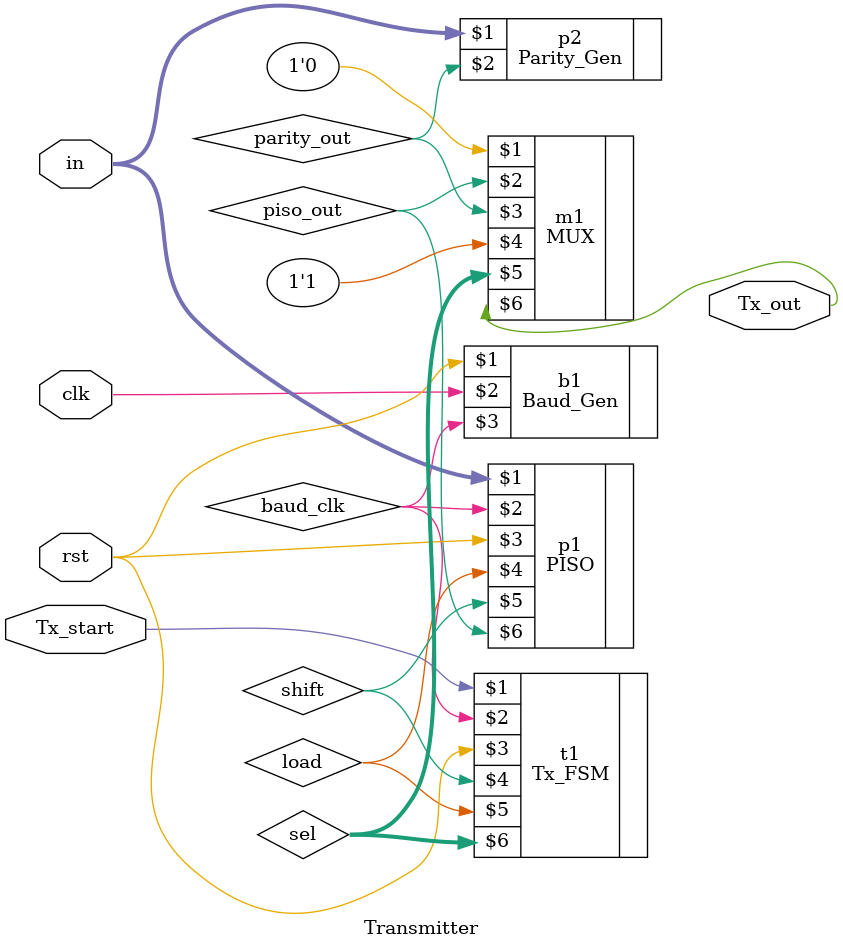
<source format=v>
`timescale 1ns / 1ps
module Transmitter(Tx_start, clk, rst, in, Tx_out);
input Tx_start, clk, rst;
input [7:0] in;
output Tx_out;
wire shift, load, piso_out, parity_out, baud_clk;
wire [1:0] sel;
parameter start_bit = 1'b0, stop_bit = 1'b1;
Baud_Gen b1(rst, clk, baud_clk);
PISO p1(in, baud_clk, rst, load, shift, piso_out);
Parity_Gen p2(in, parity_out);
Tx_FSM t1(Tx_start, baud_clk, rst, shift, load, sel);
MUX m1(start_bit, piso_out, parity_out, stop_bit, sel, Tx_out);
endmodule

</source>
